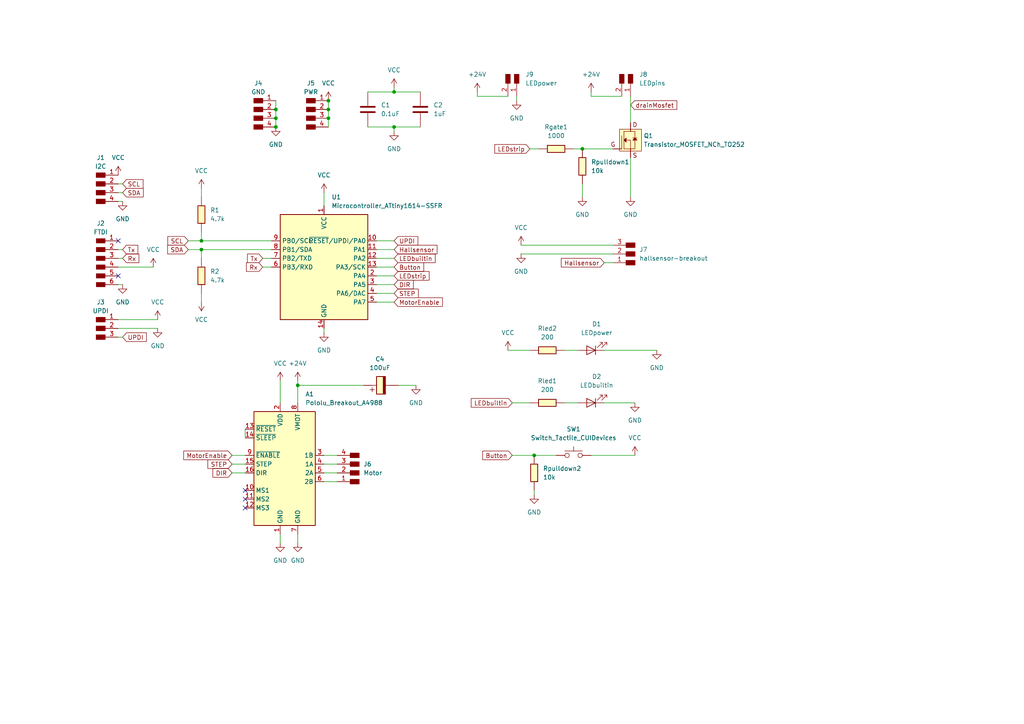
<source format=kicad_sch>
(kicad_sch (version 20230121) (generator eeschema)
  (paper "A4")
  (title_block (title "Board Final Project FA") (date "2024-03-15") (rev "v1") (company "HSRW") (comment 1 "FW"))
  (lib_symbols
    (symbol "Driver_Motor:Pololu_Breakout_A4988"
      (property "Reference" "A" (at -2.54 19.05 0))
      (property "Value" "Pololu_Breakout_A4988" (at -2.54 16.51 0))
      (symbol "Pololu_Breakout_A4988_0_1"
        (rectangle (start 10.16 -17.78) (end -7.62 15.24) (stroke (width 0.254)) (fill (type background)))
      )
      (symbol "Pololu_Breakout_A4988_1_1"
        (pin power_in line (at 0 -20.32 90) (length 2.54) (name "GND") (number "1"))
        (pin input line (at -10.16 -7.62 0) (length 2.54) (name "MS1") (number "10"))
        (pin input line (at -10.16 -10.16 0) (length 2.54) (name "MS2") (number "11"))
        (pin input line (at -10.16 -12.7 0) (length 2.54) (name "MS3") (number "12"))
        (pin input line (at -10.16 10.16 0) (length 2.54) (name "~{RESET}") (number "13"))
        (pin input line (at -10.16 7.62 0) (length 2.54) (name "~{SLEEP}") (number "14"))
        (pin input line (at -10.16 0 0) (length 2.54) (name "STEP") (number "15"))
        (pin input line (at -10.16 -2.54 0) (length 2.54) (name "DIR") (number "16"))
        (pin power_in line (at 0 17.78 270) (length 2.54) (name "VDD") (number "2"))
        (pin output line (at 12.7 2.54 180) (length 2.54) (name "1B") (number "3"))
        (pin output line (at 12.7 0 180) (length 2.54) (name "1A") (number "4"))
        (pin output line (at 12.7 -2.54 180) (length 2.54) (name "2A") (number "5"))
        (pin output line (at 12.7 -5.08 180) (length 2.54) (name "2B") (number "6"))
        (pin power_in line (at 5.08 -20.32 90) (length 2.54) (name "GND") (number "7"))
        (pin power_in line (at 5.08 17.78 270) (length 2.54) (name "VMOT") (number "8"))
        (pin input line (at -10.16 2.54 0) (length 2.54) (name "~{ENABLE}") (number "9"))
      )
    )
    (symbol "fab:CP_Elec_D6.3mm_H6.1mm" (pin_numbers hide)
      (property "Reference" "C" (at 1.27 2.54 0))
      (property "Value" "CP_Elec_D6.3mm_H6.1mm" (at 1.27 -2.54 0))
      (symbol "CP_Elec_D6.3mm_H6.1mm_0_1"
        (rectangle (start -2.54 -0.635) (end 2.54 -1.27) (fill (type outline)))
        (polyline (pts (xy -1.27 1.905) (xy -1.27 3.175)))
        (polyline (pts (xy -0.635 2.54) (xy -1.905 2.54)))
        (polyline (pts (xy 0 -1.27) (xy 0 -2.54)))
        (polyline (pts (xy 0 2.54) (xy 0 1.27)))
        (polyline (pts (xy -2.54 -1.27) (xy -2.54 1.27) (xy 2.54 1.27) (xy 2.54 -1.27) (xy -2.54 -1.27)) (stroke (width 0.254)) (fill (type background)))
      )
      (symbol "CP_Elec_D6.3mm_H6.1mm_1_1"
        (pin passive line (at 0 5.08 270) (length 2.54) (name "~") (number "1"))
        (pin passive line (at 0 -5.08 90) (length 2.54) (name "~") (number "2"))
      )
    )
    (symbol "fab:C_1206" (pin_numbers hide)
      (property "Reference" "C" (at 0.635 2.54 0))
      (property "Value" "C_1206" (at 0.635 -2.54 0))
      (symbol "C_1206_0_1"
        (polyline (pts (xy -2.032 -0.762) (xy 2.032 -0.762)) (stroke (width 0.508)))
        (polyline (pts (xy -2.032 0.762) (xy 2.032 0.762)) (stroke (width 0.508)))
        (polyline (pts (xy 0 -0.635) (xy 0 -2.54)))
        (polyline (pts (xy 0 0.635) (xy 0 2.54)))
      )
      (symbol "C_1206_1_1"
        (pin passive line (at 0 5.08 270) (length 2.54) (name "~") (number "1"))
        (pin passive line (at 0 -5.08 90) (length 2.54) (name "~") (number "2"))
      )
    )
    (symbol "fab:Conn_PinHeader_1x02_P2.54mm_Vertical_THT_D1mm" (pin_names hide)
      (property "Reference" "J" (at 0 2.54 0))
      (property "Value" "Conn_PinHeader_1x02_P2.54mm_Vertical_THT_D1mm" (at 0 -5.08 0))
      (symbol "Conn_PinHeader_1x02_P2.54mm_Vertical_THT_D1mm_1_1"
        (rectangle (start -1.27 -1.905) (end 1.27 -3.175) (stroke (width 0.254)) (fill (type outline)))
        (rectangle (start -1.27 0.635) (end 1.27 -0.635) (stroke (width 0.254)) (fill (type outline)))
        (pin passive line (at 5.08 0 180) (length 3.81) (name "Pin_1") (number "1"))
        (pin passive line (at 5.08 -2.54 180) (length 3.81) (name "Pin_2") (number "2"))
      )
    )
    (symbol "fab:Conn_PinHeader_1x03_P2.54mm_Vertical_THT_D1mm" (pin_names hide)
      (property "Reference" "J" (at 0 5.08 0))
      (property "Value" "Conn_PinHeader_1x03_P2.54mm_Vertical_THT_D1mm" (at 0 -5.08 0))
      (symbol "Conn_PinHeader_1x03_P2.54mm_Vertical_THT_D1mm_1_1"
        (rectangle (start -1.27 -1.905) (end 1.27 -3.175) (stroke (width 0.254)) (fill (type outline)))
        (rectangle (start -1.27 0.635) (end 1.27 -0.635) (stroke (width 0.254)) (fill (type outline)))
        (rectangle (start -1.27 3.175) (end 1.27 1.905) (stroke (width 0.254)) (fill (type outline)))
        (pin passive line (at 5.08 2.54 180) (length 3.81) (name "Pin_1") (number "1"))
        (pin passive line (at 5.08 0 180) (length 3.81) (name "Pin_2") (number "2"))
        (pin passive line (at 5.08 -2.54 180) (length 3.81) (name "Pin_3") (number "3"))
      )
    )
    (symbol "fab:Conn_PinHeader_1x04_P2.54mm_Vertical_THT_D1mm" (pin_names hide)
      (property "Reference" "J" (at 0 5.08 0))
      (property "Value" "Conn_PinHeader_1x04_P2.54mm_Vertical_THT_D1mm" (at 0 -7.62 0))
      (symbol "Conn_PinHeader_1x04_P2.54mm_Vertical_THT_D1mm_1_1"
        (rectangle (start -1.27 -4.445) (end 1.27 -5.715) (stroke (width 0.254)) (fill (type outline)))
        (rectangle (start -1.27 -1.905) (end 1.27 -3.175) (stroke (width 0.254)) (fill (type outline)))
        (rectangle (start -1.27 0.635) (end 1.27 -0.635) (stroke (width 0.254)) (fill (type outline)))
        (rectangle (start -1.27 3.175) (end 1.27 1.905) (stroke (width 0.254)) (fill (type outline)))
        (pin passive line (at 5.08 2.54 180) (length 3.81) (name "Pin_1") (number "1"))
        (pin passive line (at 5.08 0 180) (length 3.81) (name "Pin_2") (number "2"))
        (pin passive line (at 5.08 -2.54 180) (length 3.81) (name "Pin_3") (number "3"))
        (pin passive line (at 5.08 -5.08 180) (length 3.81) (name "Pin_4") (number "4"))
      )
    )
    (symbol "fab:Conn_PinHeader_1x06_P2.54mm_Vertical_THT_D1mm" (pin_names hide)
      (property "Reference" "J" (at 0 7.62 0))
      (property "Value" "Conn_PinHeader_1x06_P2.54mm_Vertical_THT_D1mm" (at 0 -10.16 0))
      (symbol "Conn_PinHeader_1x06_P2.54mm_Vertical_THT_D1mm_1_1"
        (rectangle (start -1.27 -6.985) (end 1.27 -8.255) (stroke (width 0.1524)) (fill (type outline)))
        (rectangle (start -1.27 -4.445) (end 1.27 -5.715) (stroke (width 0.1524)) (fill (type outline)))
        (rectangle (start -1.27 -1.905) (end 1.27 -3.175) (stroke (width 0.1524)) (fill (type outline)))
        (rectangle (start -1.27 0.635) (end 1.27 -0.635) (stroke (width 0.1524)) (fill (type outline)))
        (rectangle (start -1.27 3.175) (end 1.27 1.905) (stroke (width 0.1524)) (fill (type outline)))
        (rectangle (start -1.27 5.715) (end 1.27 4.445) (stroke (width 0.1524)) (fill (type outline)))
        (pin passive line (at 5.08 5.08 180) (length 3.81) (name "Pin_1") (number "1"))
        (pin passive line (at 5.08 2.54 180) (length 3.81) (name "Pin_2") (number "2"))
        (pin passive line (at 5.08 0 180) (length 3.81) (name "Pin_3") (number "3"))
        (pin passive line (at 5.08 -2.54 180) (length 3.81) (name "Pin_4") (number "4"))
        (pin passive line (at 5.08 -5.08 180) (length 3.81) (name "Pin_5") (number "5"))
        (pin passive line (at 5.08 -7.62 180) (length 3.81) (name "Pin_6") (number "6"))
      )
    )
    (symbol "fab:LED_1206" (pin_numbers hide) (pin_names (offset 1.016) hide)
      (property "Reference" "D" (at 0 2.54 0))
      (property "Value" "LED_1206" (at 0 -2.54 0))
      (symbol "LED_1206_0_1"
        (polyline (pts (xy -1.27 -1.27) (xy -1.27 1.27)) (stroke (width 0.2032)))
        (polyline (pts (xy -1.27 0) (xy 1.27 0)))
        (polyline (pts (xy 1.27 -1.27) (xy 1.27 1.27) (xy -1.27 0) (xy 1.27 -1.27)) (stroke (width 0.2032)))
        (polyline (pts (xy -3.048 -0.762) (xy -4.572 -2.286) (xy -3.81 -2.286) (xy -4.572 -2.286) (xy -4.572 -1.524)))
        (polyline (pts (xy -1.778 -0.762) (xy -3.302 -2.286) (xy -2.54 -2.286) (xy -3.302 -2.286) (xy -3.302 -1.524)))
      )
      (symbol "LED_1206_1_1"
        (pin passive line (at -3.81 0 0) (length 2.54) (name "K") (number "1"))
        (pin passive line (at 3.81 0 180) (length 2.54) (name "A") (number "2"))
      )
    )
    (symbol "fab:Microcontroller_ATtiny1614-SSFR"
      (property "Reference" "U" (at -12.7 17.78 0))
      (property "Value" "Microcontroller_ATtiny1614-SSFR" (at 7.62 17.78 0))
      (symbol "Microcontroller_ATtiny1614-SSFR_0_1"
        (rectangle (start -12.7 -15.24) (end 12.7 15.24) (stroke (width 0.254)) (fill (type background)))
      )
      (symbol "Microcontroller_ATtiny1614-SSFR_1_1"
        (pin power_in line (at 0 17.78 270) (length 2.54) (name "VCC") (number "1"))
        (pin bidirectional line (at 15.24 7.62 180) (length 2.54) (name "~{RESET}/UPDI/PA0") (number "10"))
        (pin bidirectional line (at 15.24 5.08 180) (length 2.54) (name "PA1") (number "11"))
        (pin bidirectional line (at 15.24 2.54 180) (length 2.54) (name "PA2") (number "12"))
        (pin bidirectional line (at 15.24 0 180) (length 2.54) (name "PA3/SCK") (number "13"))
        (pin power_in line (at 0 -17.78 90) (length 2.54) (name "GND") (number "14"))
        (pin bidirectional line (at 15.24 -2.54 180) (length 2.54) (name "PA4") (number "2"))
        (pin bidirectional line (at 15.24 -5.08 180) (length 2.54) (name "PA5") (number "3"))
        (pin bidirectional line (at 15.24 -7.62 180) (length 2.54) (name "PA6/DAC") (number "4"))
        (pin bidirectional line (at 15.24 -10.16 180) (length 2.54) (name "PA7") (number "5"))
        (pin bidirectional line (at -15.24 0 0) (length 2.54) (name "PB3/RXD") (number "6"))
        (pin bidirectional line (at -15.24 2.54 0) (length 2.54) (name "PB2/TXD") (number "7"))
        (pin bidirectional line (at -15.24 5.08 0) (length 2.54) (name "PB1/SDA") (number "8"))
        (pin bidirectional line (at -15.24 7.62 0) (length 2.54) (name "PB0/SCL") (number "9"))
      )
    )
    (symbol "fab:R_1206" (pin_numbers hide) (pin_names (offset 0))
      (property "Reference" "R" (at 2.54 0 90))
      (property "Value" "R_1206" (at -2.54 0 90))
      (symbol "R_1206_0_1"
        (rectangle (start -1.016 -2.54) (end 1.016 2.54) (stroke (width 0.254)) (fill (type background)))
      )
      (symbol "R_1206_1_1"
        (pin passive line (at 0 5.08 270) (length 2.54) (name "~") (number "1"))
        (pin passive line (at 0 -5.08 90) (length 2.54) (name "~") (number "2"))
      )
    )
    (symbol "fab:Switch_Tactile_CUIDevices" (pin_numbers hide) (pin_names hide)
      (property "Reference" "SW" (at 1.905 3.175 0))
      (property "Value" "Switch_Tactile_CUIDevices" (at 0 0 0))
      (symbol "Switch_Tactile_CUIDevices_0_1"
        (circle (center -1.905 0) (radius 0.635))
        (polyline (pts (xy -2.54 1.27) (xy 2.54 1.27)))
        (polyline (pts (xy 0 1.27) (xy 0 2.54)))
        (circle (center 1.905 0) (radius 0.635))
      )
      (symbol "Switch_Tactile_CUIDevices_1_1"
        (pin input line (at -5.08 0 0) (length 2.54) (name "") (number "1"))
        (pin input line (at -5.08 0 0) (length 2.54) hide (name "") (number "2"))
        (pin input line (at 5.08 0 180) (length 2.54) (name "") (number "3"))
        (pin input line (at 5.08 0 180) (length 2.54) hide (name "") (number "4"))
      )
    )
    (symbol "fab:Transistor_MOSFET_NCh_TO252" (pin_numbers hide) (pin_names hide)
      (property "Reference" "Q" (at 3.81 1.27 0))
      (property "Value" "Transistor_MOSFET_NCh_TO252" (at 3.81 -1.27 0))
      (symbol "Transistor_MOSFET_NCh_TO252_0_1"
        (polyline (pts (xy 0 2.54) (xy 1.27 2.54) (xy 1.27 -2.54) (xy 0 -2.54)))
      )
      (symbol "Transistor_MOSFET_NCh_TO252_1_0"
        (text "D" (at 1.27 4.445 0) (effects (font (size 1.27 1.27))))
        (text "G" (at -5.08 -1.27 0) (effects (font (size 1.27 1.27))))
        (text "S" (at 1.27 -4.445 0) (effects (font (size 1.27 1.27))))
      )
      (symbol "Transistor_MOSFET_NCh_TO252_1_1"
        (rectangle (start -3.175 3.175) (end 3.175 -3.175) (fill (type background)))
        (polyline (pts (xy -2.54 -2.54) (xy -2.54 1.27)) (stroke (width 0.15)))
        (polyline (pts (xy -1.905 -2.54) (xy 0 -2.54)) (stroke (width 0.15)))
        (polyline (pts (xy -1.905 2.54) (xy -1.905 -2.54)) (stroke (width 0.15)))
        (polyline (pts (xy 0 2.54) (xy -1.905 2.54)) (stroke (width 0.15)))
        (polyline (pts (xy 0.635 0.635) (xy 1.905 0.635)) (stroke (width 0.15)))
        (polyline (pts (xy 0 -2.54) (xy 0 0) (xy -1.905 0)) (stroke (width 0.15)))
        (polyline (pts (xy -1.905 0) (xy -1.27 0.635) (xy -1.27 -0.635) (xy -1.905 0)) (fill (type outline)))
        (polyline (pts (xy 1.27 0.635) (xy 1.905 0) (xy 0.635 0) (xy 1.27 0.635)) (fill (type outline)))
        (pin passive line (at -5.08 -2.54 0) (length 2.54) (name "G") (number "1"))
        (pin passive line (at 0 5.08 270) (length 2.54) (name "D") (number "2"))
        (pin passive line (at 0 -5.08 90) (length 2.54) (name "S") (number "3"))
      )
    )
    (symbol "power:+24V" (power) (pin_names (offset 0))
      (property "Value" "+24V" (at 0 3.556 0))
      (symbol "+24V_0_1"
        (polyline (pts (xy -0.762 1.27) (xy 0 2.54)))
        (polyline (pts (xy 0 0) (xy 0 2.54)))
        (polyline (pts (xy 0 2.54) (xy 0.762 1.27)))
      )
      (symbol "+24V_1_1"
        (pin power_in line (at 0 0 90) (length 0) hide (name "+24V") (number "1"))
      )
    )
    (symbol "power:GND" (power) (pin_names (offset 0))
      (property "Value" "GND" (at 0 -3.81 0))
      (symbol "GND_0_1"
        (polyline (pts (xy 0 0) (xy 0 -1.27) (xy 1.27 -1.27) (xy 0 -2.54) (xy -1.27 -1.27) (xy 0 -1.27)))
      )
      (symbol "GND_1_1"
        (pin power_in line (at 0 0 270) (length 0) hide (name "GND") (number "1"))
      )
    )
    (symbol "power:VCC" (power) (pin_names (offset 0))
      (property "Value" "VCC" (at 0 3.81 0))
      (symbol "VCC_0_1"
        (polyline (pts (xy -0.762 1.27) (xy 0 2.54)))
        (polyline (pts (xy 0 0) (xy 0 2.54)))
        (polyline (pts (xy 0 2.54) (xy 0.762 1.27)))
      )
      (symbol "VCC_1_1"
        (pin power_in line (at 0 0 90) (length 0) hide (name "VCC") (number "1"))
      )
    )
  )
  (junction (at 58.42 72.39))
  (junction (at 95.25 29.21))
  (junction (at 95.25 34.29))
  (junction (at 80.01 31.75))
  (junction (at 114.3 36.83))
  (junction (at 114.3 26.67))
  (junction (at 168.91 43.18))
  (junction (at 86.36 111.76))
  (junction (at 95.25 31.75))
  (junction (at 80.01 36.83))
  (junction (at 154.94 132.08))
  (junction (at 80.01 34.29))
  (junction (at 58.42 69.85))
  (no_connect (at 34.29 69.85))
  (no_connect (at 71.12 147.32))
  (no_connect (at 71.12 144.78))
  (no_connect (at 71.12 142.24))
  (no_connect (at 34.29 80.01))
  (wire (pts (xy 148.59 116.84) (xy 153.67 116.84)))
  (wire (pts (xy 86.36 111.76) (xy 86.36 116.84)))
  (wire (pts (xy 81.28 154.94) (xy 81.28 157.48)))
  (wire (pts (xy 114.3 82.55) (xy 109.22 82.55)))
  (wire (pts (xy 171.45 27.94) (xy 180.34 27.94)))
  (wire (pts (xy 93.98 55.88) (xy 93.98 59.69)))
  (wire (pts (xy 44.45 77.47) (xy 34.29 77.47)))
  (wire (pts (xy 114.3 87.63) (xy 109.22 87.63)))
  (wire (pts (xy 154.94 143.51) (xy 154.94 142.24)))
  (wire (pts (xy 114.3 38.1) (xy 114.3 36.83)))
  (wire (pts (xy 114.3 85.09) (xy 109.22 85.09)))
  (wire (pts (xy 190.5 101.6) (xy 175.26 101.6)))
  (wire (pts (xy 166.37 43.18) (xy 168.91 43.18)))
  (wire (pts (xy 114.3 36.83) (xy 121.92 36.83)))
  (wire (pts (xy 114.3 36.83) (xy 106.68 36.83)))
  (wire (pts (xy 171.45 26.67) (xy 171.45 27.94)))
  (wire (pts (xy 114.3 77.47) (xy 109.22 77.47)))
  (wire (pts (xy 35.56 53.34) (xy 34.29 53.34)))
  (wire (pts (xy 182.88 57.15) (xy 182.88 45.72)))
  (wire (pts (xy 45.72 95.25) (xy 34.29 95.25)))
  (wire (pts (xy 58.42 87.63) (xy 58.42 85.09)))
  (wire (pts (xy 114.3 69.85) (xy 109.22 69.85)))
  (wire (pts (xy 45.72 92.71) (xy 34.29 92.71)))
  (wire (pts (xy 67.31 132.08) (xy 71.12 132.08)))
  (wire (pts (xy 97.79 132.08) (xy 93.98 132.08)))
  (wire (pts (xy 58.42 67.31) (xy 58.42 69.85)))
  (wire (pts (xy 76.2 74.93) (xy 78.74 74.93)))
  (wire (pts (xy 163.83 116.84) (xy 167.64 116.84)))
  (wire (pts (xy 182.88 27.94) (xy 182.88 35.56)))
  (wire (pts (xy 58.42 74.93) (xy 58.42 72.39)))
  (wire (pts (xy 105.41 111.76) (xy 86.36 111.76)))
  (wire (pts (xy 58.42 72.39) (xy 78.74 72.39)))
  (wire (pts (xy 95.25 31.75) (xy 95.25 34.29)))
  (wire (pts (xy 35.56 58.42) (xy 34.29 58.42)))
  (wire (pts (xy 35.56 82.55) (xy 34.29 82.55)))
  (wire (pts (xy 97.79 137.16) (xy 93.98 137.16)))
  (wire (pts (xy 153.67 43.18) (xy 156.21 43.18)))
  (wire (pts (xy 149.86 29.21) (xy 149.86 27.94)))
  (wire (pts (xy 35.56 97.79) (xy 34.29 97.79)))
  (wire (pts (xy 80.01 34.29) (xy 80.01 36.83)))
  (wire (pts (xy 80.01 31.75) (xy 80.01 34.29)))
  (wire (pts (xy 163.83 101.6) (xy 167.64 101.6)))
  (wire (pts (xy 35.56 55.88) (xy 34.29 55.88)))
  (wire (pts (xy 138.43 26.67) (xy 138.43 27.94)))
  (wire (pts (xy 54.61 72.39) (xy 58.42 72.39)))
  (wire (pts (xy 114.3 26.67) (xy 121.92 26.67)))
  (wire (pts (xy 120.65 111.76) (xy 115.57 111.76)))
  (wire (pts (xy 54.61 69.85) (xy 58.42 69.85)))
  (wire (pts (xy 168.91 57.15) (xy 168.91 53.34)))
  (wire (pts (xy 86.36 110.49) (xy 86.36 111.76)))
  (wire (pts (xy 67.31 137.16) (xy 71.12 137.16)))
  (wire (pts (xy 114.3 72.39) (xy 109.22 72.39)))
  (wire (pts (xy 97.79 134.62) (xy 93.98 134.62)))
  (wire (pts (xy 71.12 124.46) (xy 71.12 127)))
  (wire (pts (xy 93.98 96.52) (xy 93.98 95.25)))
  (wire (pts (xy 151.13 71.12) (xy 177.8 71.12)))
  (wire (pts (xy 175.26 76.2) (xy 177.8 76.2)))
  (wire (pts (xy 147.32 101.6) (xy 153.67 101.6)))
  (wire (pts (xy 58.42 69.85) (xy 78.74 69.85)))
  (wire (pts (xy 97.79 139.7) (xy 93.98 139.7)))
  (wire (pts (xy 58.42 54.61) (xy 58.42 57.15)))
  (wire (pts (xy 114.3 80.01) (xy 109.22 80.01)))
  (wire (pts (xy 80.01 29.21) (xy 80.01 31.75)))
  (wire (pts (xy 95.25 29.21) (xy 95.25 31.75)))
  (wire (pts (xy 35.56 74.93) (xy 34.29 74.93)))
  (wire (pts (xy 95.25 34.29) (xy 95.25 36.83)))
  (wire (pts (xy 81.28 110.49) (xy 81.28 116.84)))
  (wire (pts (xy 168.91 43.18) (xy 177.8 43.18)))
  (wire (pts (xy 184.15 132.08) (xy 171.45 132.08)))
  (wire (pts (xy 148.59 132.08) (xy 154.94 132.08)))
  (wire (pts (xy 35.56 72.39) (xy 34.29 72.39)))
  (wire (pts (xy 138.43 27.94) (xy 147.32 27.94)))
  (wire (pts (xy 106.68 26.67) (xy 114.3 26.67)))
  (wire (pts (xy 76.2 77.47) (xy 78.74 77.47)))
  (wire (pts (xy 154.94 132.08) (xy 161.29 132.08)))
  (wire (pts (xy 67.31 134.62) (xy 71.12 134.62)))
  (wire (pts (xy 86.36 157.48) (xy 86.36 154.94)))
  (wire (pts (xy 114.3 74.93) (xy 109.22 74.93)))
  (wire (pts (xy 151.13 73.66) (xy 177.8 73.66)))
  (wire (pts (xy 114.3 25.4) (xy 114.3 26.67)))
  (wire (pts (xy 184.15 116.84) (xy 175.26 116.84)))
  (global_label "Rx" (shape input) (at 76.2 77.47 180) (property "Intersheetrefs" "${INTERSHEET_REFS}" (effects hide)))
  (global_label "LEDstrip" (shape input) (at 114.3 80.01 0) (property "Intersheetrefs" "${INTERSHEET_REFS}" (effects hide)))
  (global_label "SDA" (shape input) (at 35.56 55.88 0) (property "Intersheetrefs" "${INTERSHEET_REFS}" (effects hide)))
  (global_label "MotorEnable" (shape input) (at 67.31 132.08 180) (property "Intersheetrefs" "${INTERSHEET_REFS}" (effects hide)))
  (global_label "Button" (shape input) (at 148.59 132.08 180) (property "Intersheetrefs" "${INTERSHEET_REFS}" (effects hide)))
  (global_label "Button" (shape input) (at 114.3 77.47 0) (property "Intersheetrefs" "${INTERSHEET_REFS}" (effects hide)))
  (global_label "STEP" (shape input) (at 67.31 134.62 180) (property "Intersheetrefs" "${INTERSHEET_REFS}" (effects hide)))
  (global_label "Tx" (shape input) (at 76.2 74.93 180) (property "Intersheetrefs" "${INTERSHEET_REFS}" (effects hide)))
  (global_label "SCL" (shape input) (at 54.61 69.85 180) (property "Intersheetrefs" "${INTERSHEET_REFS}" (effects hide)))
  (global_label "LEDbuiltin" (shape input) (at 148.59 116.84 180) (property "Intersheetrefs" "${INTERSHEET_REFS}" (effects hide)))
  (global_label "DIR" (shape input) (at 114.3 82.55 0) (property "Intersheetrefs" "${INTERSHEET_REFS}" (effects hide)))
  (global_label "STEP" (shape input) (at 114.3 85.09 0) (property "Intersheetrefs" "${INTERSHEET_REFS}" (effects hide)))
  (global_label "DIR" (shape input) (at 67.31 137.16 180) (property "Intersheetrefs" "${INTERSHEET_REFS}" (effects hide)))
  (global_label "SCL" (shape input) (at 35.56 53.34 0) (property "Intersheetrefs" "${INTERSHEET_REFS}" (effects hide)))
  (global_label "Rx" (shape input) (at 35.56 74.93 0) (property "Intersheetrefs" "${INTERSHEET_REFS}" (effects hide)))
  (global_label "MotorEnable" (shape input) (at 114.3 87.63 0) (property "Intersheetrefs" "${INTERSHEET_REFS}" (effects hide)))
  (global_label "drainMosfet" (shape input) (at 182.88 30.48 0) (property "Intersheetrefs" "${INTERSHEET_REFS}" (effects hide)))
  (global_label "UPDI" (shape input) (at 114.3 69.85 0) (property "Intersheetrefs" "${INTERSHEET_REFS}" (effects hide)))
  (global_label "LEDbuiltin" (shape input) (at 114.3 74.93 0) (property "Intersheetrefs" "${INTERSHEET_REFS}" (effects hide)))
  (global_label "LEDstrip" (shape input) (at 153.67 43.18 180) (property "Intersheetrefs" "${INTERSHEET_REFS}" (effects hide)))
  (global_label "UPDI" (shape input) (at 35.56 97.79 0) (property "Intersheetrefs" "${INTERSHEET_REFS}" (effects hide)))
  (global_label "SDA" (shape input) (at 54.61 72.39 180) (property "Intersheetrefs" "${INTERSHEET_REFS}" (effects hide)))
  (global_label "Hallsensor" (shape input) (at 114.3 72.39 0) (property "Intersheetrefs" "${INTERSHEET_REFS}" (effects hide)))
  (global_label "Tx" (shape input) (at 35.56 72.39 0) (property "Intersheetrefs" "${INTERSHEET_REFS}" (effects hide)))
  (global_label "Hallsensor" (shape input) (at 175.26 76.2 180) (property "Intersheetrefs" "${INTERSHEET_REFS}" (effects hide)))
  (symbol (lib_id "fab:Conn_PinHeader_1x06_P2.54mm_Vertical_THT_D1mm") (at 29.21 74.93 0) (unit 1)
    (property "Reference" "J2" (at 29.21 64.77 0))
    (property "Value" "FTDI" (at 29.21 67.31 0))
    (property "Footprint" "fab:PinHeader_1x06_P2.54mm_Vertical_THT_D1mm_FW" (effects hide))
    (property "Datasheet" "https://media.digikey.com/PDF/Data%20Sheets/Sullins%20PDFs/xRxCzzzSxxN-RC_ST_11635-B.pdf" (effects hide))
  )
  (symbol (lib_id "fab:Conn_PinHeader_1x04_P2.54mm_Vertical_THT_D1mm") (at 29.21 53.34 0) (unit 1)
    (property "Reference" "J1" (at 29.21 45.72 0))
    (property "Value" "I2C" (at 29.21 48.26 0))
    (property "Footprint" "fab:PinHeader_1x04_P2.54mm_Vertical_THT_D1.0mm_FW" (effects hide))
  )
  (symbol (lib_id "power:GND") (at 149.86 29.21 0) (unit 1)
    (property "Reference" "#PWR07" (effects hide))
    (property "Value" "GND" (at 149.86 34.29 0))
  )
  (symbol (lib_id "power:GND") (at 154.94 143.51 0) (unit 1)
    (property "Reference" "#PWR016" (effects hide))
    (property "Value" "GND" (at 154.94 148.59 0))
  )
  (symbol (lib_id "power:VCC") (at 81.28 110.49 0) (unit 1)
    (property "Reference" "#PWR022" (effects hide))
    (property "Value" "VCC" (at 81.28 105.41 0))
  )
  (symbol (lib_id "power:GND") (at 81.28 157.48 0) (unit 1)
    (property "Reference" "#PWR020" (effects hide))
    (property "Value" "GND" (at 81.28 162.56 0))
  )
  (symbol (lib_id "fab:LED_1206") (at 171.45 101.6 180) (unit 1)
    (property "Reference" "D1" (at 173.0502 93.98 0))
    (property "Value" "LEDpower" (at 173.0502 96.52 0))
    (property "Footprint" "fab:LED_1206" (effects hide))
    (property "Datasheet" "https://optoelectronics.liteon.com/upload/download/DS-22-98-0002/LTST-C150CKT.pdf" (effects hide))
  )
  (symbol (lib_id "power:VCC") (at 147.32 101.6 0) (unit 1)
    (property "Reference" "#PWR010" (effects hide))
    (property "Value" "VCC" (at 147.32 96.52 0))
  )
  (symbol (lib_id "fab:Conn_PinHeader_1x04_P2.54mm_Vertical_THT_D1mm") (at 74.93 31.75 0) (unit 1)
    (property "Reference" "J4" (at 74.93 24.13 0))
    (property "Value" "GND" (at 74.93 26.67 0))
    (property "Footprint" "fab:PinHeader_1x04_P2.54mm_Vertical_THT_D1.0mm_FW" (effects hide))
  )
  (symbol (lib_id "fab:R_1206") (at 158.75 101.6 90) (unit 1)
    (property "Reference" "Rled2" (at 158.75 95.25 90))
    (property "Value" "200" (at 158.75 97.79 90))
    (property "Footprint" "fab:R_1206" (effects hide))
  )
  (symbol (lib_id "fab:Conn_PinHeader_1x04_P2.54mm_Vertical_THT_D1mm") (at 90.17 31.75 0) (unit 1)
    (property "Reference" "J5" (at 90.17 24.13 0))
    (property "Value" "PWR" (at 90.17 26.67 0))
    (property "Footprint" "fab:PinHeader_1x04_P2.54mm_Vertical_THT_D1.0mm_FW" (effects hide))
  )
  (symbol (lib_id "fab:R_1206") (at 58.42 62.23 0) (unit 1)
    (property "Reference" "R1" (at 60.96 60.96 0) (effects (justify left)))
    (property "Value" "4.7k" (at 60.96 63.5 0) (effects (justify left)))
    (property "Footprint" "fab:R_1206" (effects hide))
  )
  (symbol (lib_id "power:VCC") (at 58.42 87.63 180) (unit 1)
    (property "Reference" "#PWR04" (effects hide))
    (property "Value" "VCC" (at 58.42 92.71 0))
  )
  (symbol (lib_id "power:VCC") (at 114.3 25.4 0) (unit 1)
    (property "Reference" "#PWR014" (effects hide))
    (property "Value" "VCC" (at 114.3 20.32 0))
  )
  (symbol (lib_id "power:GND") (at 182.88 57.15 0) (unit 1)
    (property "Reference" "#PWR06" (effects hide))
    (property "Value" "GND" (at 182.88 62.23 0))
  )
  (symbol (lib_id "power:GND") (at 190.5 101.6 0) (unit 1)
    (property "Reference" "#PWR011" (effects hide))
    (property "Value" "GND" (at 190.5 106.68 0))
  )
  (symbol (lib_id "power:VCC") (at 184.15 132.08 0) (unit 1)
    (property "Reference" "#PWR017" (effects hide))
    (property "Value" "VCC" (at 184.15 127 0))
  )
  (symbol (lib_id "power:GND") (at 45.72 95.25 0) (unit 1)
    (property "Reference" "#PWR033" (effects hide))
    (property "Value" "GND" (at 45.72 100.33 0))
  )
  (symbol (lib_id "fab:Switch_Tactile_CUIDevices") (at 166.37 132.08 0) (unit 1)
    (property "Reference" "SW1" (at 166.37 124.46 0))
    (property "Value" "Switch_Tactile_CUIDevices" (at 166.37 127 0))
    (property "Footprint" "fab:Button_CUIDevices_TS04-66-43-BK-260-SMT_6.0x6.0mm" (effects hide))
    (property "Datasheet" "https://www.cuidevices.com/product/resource/ts04.pdf" (effects hide))
  )
  (symbol (lib_id "power:GND") (at 120.65 111.76 0) (unit 1)
    (property "Reference" "#PWR012" (effects hide))
    (property "Value" "GND" (at 120.65 116.84 0))
  )
  (symbol (lib_id "fab:R_1206") (at 154.94 137.16 180) (unit 1)
    (property "Reference" "Rpulldown2" (at 157.48 135.89 0) (effects (justify right)))
    (property "Value" "10k" (at 157.48 138.43 0) (effects (justify right)))
    (property "Footprint" "fab:R_1206" (effects hide))
  )
  (symbol (lib_id "power:GND") (at 35.56 58.42 0) (unit 1)
    (property "Reference" "#PWR030" (effects hide))
    (property "Value" "GND" (at 35.56 63.5 0))
  )
  (symbol (lib_id "fab:Conn_PinHeader_1x02_P2.54mm_Vertical_THT_D1mm") (at 182.88 22.86 270) (unit 1)
    (property "Reference" "J8" (at 185.42 21.59 90) (effects (justify left)))
    (property "Value" "LEDpins" (at 185.42 24.13 90) (effects (justify left)))
    (property "Footprint" "fab:PinHeader_1x02_P2.54mm_Vertical_THT_D1.0mm_FW" (effects hide))
  )
  (symbol (lib_id "power:VCC") (at 151.13 71.12 0) (unit 1)
    (property "Reference" "#PWR019" (effects hide))
    (property "Value" "VCC" (at 151.13 66.04 0))
  )
  (symbol (lib_id "power:GND") (at 80.01 36.83 0) (unit 1)
    (property "Reference" "#PWR028" (effects hide))
    (property "Value" "GND" (at 80.01 41.91 0))
  )
  (symbol (lib_id "power:VCC") (at 34.29 50.8 0) (unit 1)
    (property "Reference" "#PWR031" (effects hide))
    (property "Value" "VCC" (at 34.29 45.72 0))
  )
  (symbol (lib_id "power:+24V") (at 86.36 110.49 0) (unit 1)
    (property "Reference" "#PWR023" (effects hide))
    (property "Value" "+24V" (at 86.36 105.41 0))
  )
  (symbol (lib_id "fab:Transistor_MOSFET_NCh_TO252") (at 182.88 40.64 0) (unit 1)
    (property "Reference" "Q1" (at 186.69 39.37 0) (effects (justify left)))
    (property "Value" "Transistor_MOSFET_NCh_TO252" (at 186.69 41.91 0) (effects (justify left)))
    (property "Footprint" "fab:TO-252" (effects hide))
    (property "Datasheet" "https://www.onsemi.com/pub/Collateral/RFD16N05LSM-D.PDF" (effects hide))
  )
  (symbol (lib_id "power:GND") (at 114.3 38.1 0) (unit 1)
    (property "Reference" "#PWR015" (effects hide))
    (property "Value" "GND" (at 114.3 43.18 0))
  )
  (symbol (lib_id "fab:R_1206") (at 168.91 48.26 0) (unit 1)
    (property "Reference" "Rpulldown1" (at 171.45 46.99 0) (effects (justify left)))
    (property "Value" "10k" (at 171.45 49.53 0) (effects (justify left)))
    (property "Footprint" "fab:R_1206" (effects hide))
  )
  (symbol (lib_id "power:VCC") (at 45.72 92.71 0) (unit 1)
    (property "Reference" "#PWR032" (effects hide))
    (property "Value" "VCC" (at 45.72 87.63 0))
  )
  (symbol (lib_id "fab:R_1206") (at 161.29 43.18 90) (unit 1)
    (property "Reference" "Rgate1" (at 161.29 36.83 90))
    (property "Value" "1000" (at 161.29 39.37 90))
    (property "Footprint" "fab:R_1206" (effects hide))
  )
  (symbol (lib_id "power:GND") (at 86.36 157.48 0) (unit 1)
    (property "Reference" "#PWR021" (effects hide))
    (property "Value" "GND" (at 86.36 162.56 0))
  )
  (symbol (lib_id "fab:Conn_PinHeader_1x03_P2.54mm_Vertical_THT_D1mm") (at 182.88 73.66 180) (unit 1)
    (property "Reference" "J7" (at 185.42 72.39 0) (effects (justify right)))
    (property "Value" "hallsensor-breakout" (at 185.42 74.93 0) (effects (justify right)))
    (property "Footprint" "fab:PinHeader_1x03_P2.54mm_Vertical_THT_D1.0mm_FW" (effects hide))
  )
  (symbol (lib_id "power:VCC") (at 93.98 55.88 0) (unit 1)
    (property "Reference" "#PWR01" (effects hide))
    (property "Value" "VCC" (at 93.98 50.8 0))
  )
  (symbol (lib_id "fab:Conn_PinHeader_1x03_P2.54mm_Vertical_THT_D1mm") (at 29.21 95.25 0) (unit 1)
    (property "Reference" "J3" (at 29.21 87.63 0))
    (property "Value" "UPDI" (at 29.21 90.17 0))
    (property "Footprint" "fab:PinHeader_1x03_P2.54mm_Vertical_THT_D1.0mm_FW" (effects hide))
  )
  (symbol (lib_id "power:+24V") (at 138.43 26.67 0) (unit 1)
    (property "Reference" "#PWR08" (effects hide))
    (property "Value" "+24V" (at 138.43 21.59 0))
  )
  (symbol (lib_id "Driver_Motor:Pololu_Breakout_A4988") (at 81.28 134.62 0) (unit 1)
    (property "Reference" "A1" (at 88.5541 114.3 0) (effects (justify left)))
    (property "Value" "Pololu_Breakout_A4988" (at 88.5541 116.84 0) (effects (justify left)))
    (property "Footprint" "fab:Pololu_Breakout-16_15.2x20.3mm_FW" (effects hide))
    (property "Datasheet" "https://www.pololu.com/product/2980/pictures" (effects hide))
  )
  (symbol (lib_id "power:GND") (at 184.15 116.84 0) (unit 1)
    (property "Reference" "#PWR013" (effects hide))
    (property "Value" "GND" (at 184.15 121.92 0))
  )
  (symbol (lib_id "fab:R_1206") (at 158.75 116.84 90) (unit 1)
    (property "Reference" "Rled1" (at 158.75 110.49 90))
    (property "Value" "200" (at 158.75 113.03 90))
    (property "Footprint" "fab:R_1206" (effects hide))
  )
  (symbol (lib_id "fab:C_1206") (at 106.68 31.75 0) (unit 1)
    (property "Reference" "C1" (at 110.49 30.48 0) (effects (justify left)))
    (property "Value" "0.1uF" (at 110.49 33.02 0) (effects (justify left)))
    (property "Footprint" "fab:C_1206" (effects hide))
    (property "Datasheet" "https://www.yageo.com/upload/media/product/productsearch/datasheet/mlcc/UPY-GP_NP0_16V-to-50V_18.pdf" (effects hide))
  )
  (symbol (lib_id "power:GND") (at 168.91 57.15 0) (unit 1)
    (property "Reference" "#PWR05" (effects hide))
    (property "Value" "GND" (at 168.91 62.23 0))
  )
  (symbol (lib_id "fab:Conn_PinHeader_1x04_P2.54mm_Vertical_THT_D1mm") (at 102.87 137.16 180) (unit 1)
    (property "Reference" "J6" (at 105.41 134.62 0) (effects (justify right)))
    (property "Value" "Motor" (at 105.41 137.16 0) (effects (justify right)))
    (property "Footprint" "fab:PinHeader_1x04_P2.54mm_Vertical_THT_D1.0mm_FW" (effects hide))
  )
  (symbol (lib_id "power:VCC") (at 58.42 54.61 0) (unit 1)
    (property "Reference" "#PWR03" (effects hide))
    (property "Value" "VCC" (at 58.42 49.53 0))
  )
  (symbol (lib_id "power:GND") (at 151.13 73.66 0) (unit 1)
    (property "Reference" "#PWR018" (effects hide))
    (property "Value" "GND" (at 151.13 78.74 0))
  )
  (symbol (lib_id "fab:LED_1206") (at 171.45 116.84 180) (unit 1)
    (property "Reference" "D2" (at 173.0502 109.22 0))
    (property "Value" "LEDbuiltin" (at 173.0502 111.76 0))
    (property "Footprint" "fab:LED_1206" (effects hide))
    (property "Datasheet" "https://optoelectronics.liteon.com/upload/download/DS-22-98-0002/LTST-C150CKT.pdf" (effects hide))
  )
  (symbol (lib_id "fab:C_1206") (at 121.92 31.75 0) (unit 1)
    (property "Reference" "C2" (at 125.73 30.48 0) (effects (justify left)))
    (property "Value" "1uF" (at 125.73 33.02 0) (effects (justify left)))
    (property "Footprint" "fab:C_1206" (effects hide))
    (property "Datasheet" "https://www.yageo.com/upload/media/product/productsearch/datasheet/mlcc/UPY-GP_NP0_16V-to-50V_18.pdf" (effects hide))
  )
  (symbol (lib_id "fab:Conn_PinHeader_1x02_P2.54mm_Vertical_THT_D1mm") (at 149.86 22.86 270) (unit 1)
    (property "Reference" "J9" (at 152.4 21.59 90) (effects (justify left)))
    (property "Value" "LEDpower" (at 152.4 24.13 90) (effects (justify left)))
    (property "Footprint" "fab:PinHeader_1x02_P2.54mm_Vertical_THT_D1.0mm_FW" (effects hide))
  )
  (symbol (lib_id "power:GND") (at 93.98 96.52 0) (unit 1)
    (property "Reference" "#PWR02" (effects hide))
    (property "Value" "GND" (at 93.98 101.6 0))
  )
  (symbol (lib_id "fab:CP_Elec_D6.3mm_H6.1mm") (at 110.49 111.76 90) (unit 1)
    (property "Reference" "C4" (at 110.1725 104.14 90))
    (property "Value" "100uF" (at 110.1725 106.68 90))
    (property "Footprint" "fab:C_SMT_100uF_25V" (effects hide))
    (property "Datasheet" "https://api.pim.na.industrial.panasonic.com/file_stream/main/fileversion/19782" (effects hide))
  )
  (symbol (lib_id "power:+24V") (at 171.45 26.67 0) (unit 1)
    (property "Reference" "#PWR09" (effects hide))
    (property "Value" "+24V" (at 171.45 21.59 0))
  )
  (symbol (lib_id "fab:R_1206") (at 58.42 80.01 0) (unit 1)
    (property "Reference" "R2" (at 60.96 78.74 0) (effects (justify left)))
    (property "Value" "4.7k" (at 60.96 81.28 0) (effects (justify left)))
    (property "Footprint" "fab:R_1206" (effects hide))
  )
  (symbol (lib_id "power:VCC") (at 95.25 29.21 0) (unit 1)
    (property "Reference" "#PWR027" (effects hide))
    (property "Value" "VCC" (at 95.25 24.13 0))
  )
  (symbol (lib_id "power:GND") (at 35.56 82.55 0) (unit 1)
    (property "Reference" "#PWR025" (effects hide))
    (property "Value" "GND" (at 35.56 87.63 0))
  )
  (symbol (lib_id "fab:Microcontroller_ATtiny1614-SSFR") (at 93.98 77.47 0) (unit 1)
    (property "Reference" "U1" (at 96.1741 57.15 0) (effects (justify left)))
    (property "Value" "Microcontroller_ATtiny1614-SSFR" (at 96.1741 59.69 0) (effects (justify left)))
    (property "Footprint" "fab:SOIC-14_3.9x8.7mm_P1.27mm" (effects hide))
    (property "Datasheet" "http://ww1.microchip.com/downloads/en/DeviceDoc/ATtiny1614-16-17-DataSheet-DS40002204A.pdf" (effects hide))
  )
  (symbol (lib_id "power:VCC") (at 44.45 77.47 0) (unit 1)
    (property "Reference" "#PWR029" (effects hide))
    (property "Value" "VCC" (at 44.45 72.39 0))
  )
)
</source>
